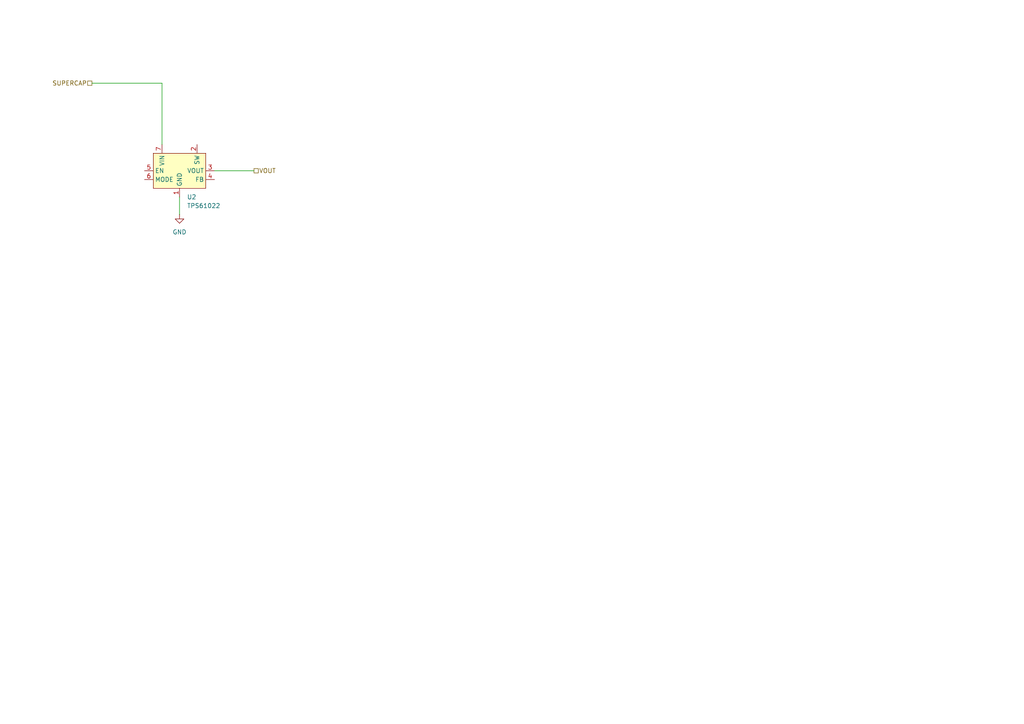
<source format=kicad_sch>
(kicad_sch (version 20250114) (generator "eeschema") (generator_version "9.0")
  (paper "A4")
  (lib_symbols
    (symbol "Converter_DCDC:TPS61022"
      (property "Reference" "U" (at 0 7.62 0))
      (property "Value" "TPS61022" (at 7.62 -7.62 0))
      (symbol "TPS61022_1_1"
        (rectangle (start -7.62 5.08) (end 7.62 -5.08) (fill (type background)))
        (pin input line (at -10.16 0 0) (length 2.54) (name "EN") (number "5"))
        (pin input line (at -10.16 -2.54 0) (length 2.54) (name "MODE") (number "6"))
        (pin power_in line (at -5.08 7.62 270) (length 2.54) (name "VIN") (number "7"))
        (pin power_in line (at 0 -7.62 90) (length 2.54) (name "GND") (number "1"))
        (pin input line (at 5.08 7.62 270) (length 2.54) (name "SW") (number "2"))
        (pin power_out line (at 10.16 0 180) (length 2.54) (name "VOUT") (number "3"))
        (pin input line (at 10.16 -2.54 180) (length 2.54) (name "FB") (number "4"))
      )
    )
    (symbol "power:GND" (power) (pin_numbers (hide yes)) (pin_names (offset 0) (hide yes))
      (property "Value" "GND" (at 0 -3.81 0))
      (symbol "GND_0_1"
        (polyline (pts (xy 0 0) (xy 0 -1.27) (xy 1.27 -1.27) (xy 0 -2.54) (xy -1.27 -1.27) (xy 0 -1.27)))
      )
      (symbol "GND_1_1"
        (pin power_in line (at 0 0 270) (length 0) (name "~") (number "1"))
      )
    )
  )
  (wire (pts (xy 52.07 57.15) (xy 52.07 62.23)))
  (wire (pts (xy 26.67 24.13) (xy 46.99 24.13)))
  (wire (pts (xy 46.99 24.13) (xy 46.99 41.91)))
  (wire (pts (xy 62.23 49.53) (xy 73.66 49.53)))
  (hierarchical_label "VOUT" (shape passive) (at 73.66 49.53 0))
  (hierarchical_label "SUPERCAP" (shape passive) (at 26.67 24.13 180))
  (symbol (lib_id "power:GND") (at 52.07 62.23 0) (unit 1)
    (property "Reference" "#PWR06" (effects (hide yes)))
    (property "Value" "GND" (at 52.07 67.31 0))
    (property "Description" "Power symbol creates a global label with name \"GND\" , ground" (effects (hide yes)))
  )
  (symbol (lib_id "Converter_DCDC:TPS61022") (at 52.07 49.53 0) (unit 1)
    (property "Reference" "U2" (at 54.2133 57.15 0) (effects (justify left)))
    (property "Value" "TPS61022" (at 54.2133 59.69 0) (effects (justify left)))
    (property "Footprint" "Package_DFN_QFN:Texas_RWU0007A_VQFN-7_2x2mm_P0.5mm" (effects (hide yes)))
    (property "Datasheet" "https://www.ti.com/lit/ds/symlink/tps61022.pdf" (effects (hide yes)))
    (property "Description" "8A Boost Converter, 0.5-5.5 V input, 2.2-5.5V output, Texas RWU0007A VQFN-7" (effects (hide yes)))
  )
)
</source>
